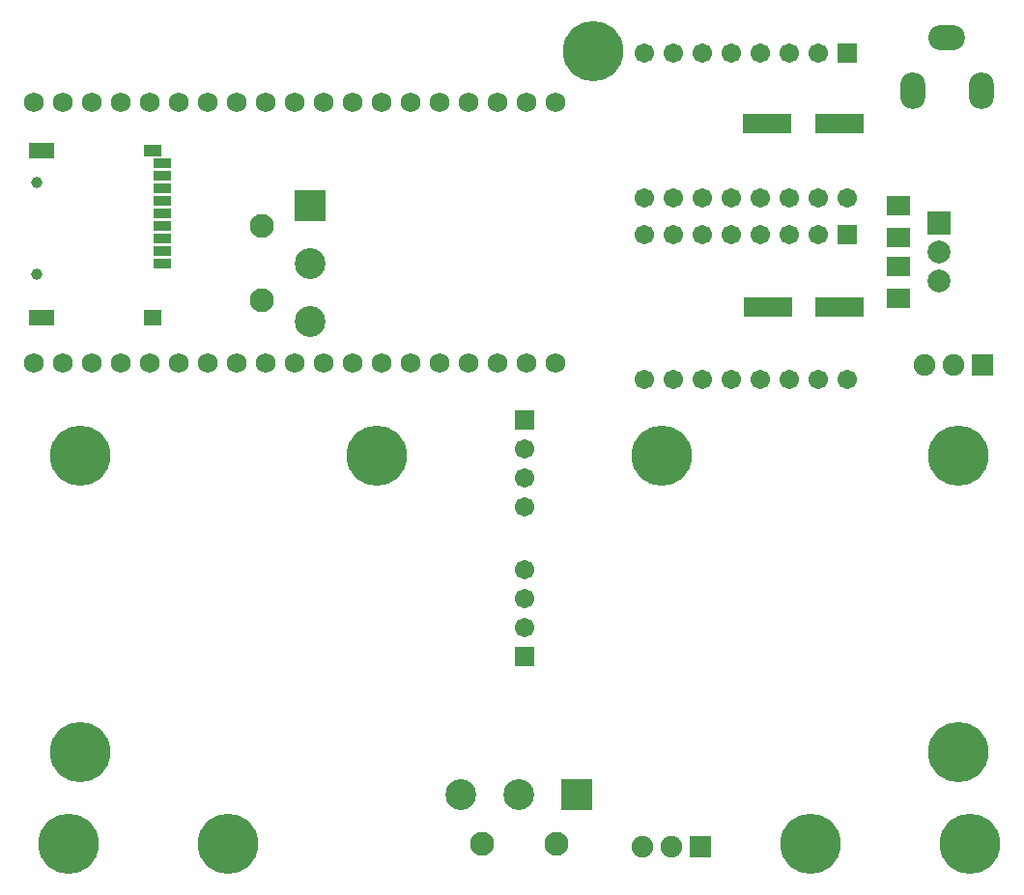
<source format=gbr>
G04 DipTrace 3.3.0.0*
G04 TopMask.gbr*
%MOIN*%
G04 #@! TF.FileFunction,Soldermask,Top*
G04 #@! TF.Part,Single*
%ADD45C,0.082677*%
%ADD46C,0.03937*%
%ADD56R,0.06315X0.039528*%
%ADD58R,0.06315X0.055276*%
%ADD60R,0.086772X0.055276*%
%ADD62R,0.059213X0.035591*%
%ADD64C,0.068031*%
%ADD66C,0.067031*%
%ADD68R,0.067031X0.067031*%
%ADD70C,0.106457*%
%ADD72R,0.106457X0.106457*%
%ADD74C,0.078898*%
%ADD76R,0.078898X0.078898*%
%ADD78C,0.208031*%
%ADD80C,0.067087*%
%ADD82R,0.067087X0.067087*%
%ADD84C,0.074961*%
%ADD86R,0.074961X0.074961*%
%ADD88O,0.126142X0.086772*%
%ADD90O,0.086772X0.126142*%
%ADD92R,0.171417X0.071024*%
%ADD94R,0.078898X0.071024*%
%FSLAX26Y26*%
G04*
G70*
G90*
G75*
G01*
G04 TopMask*
%LPD*%
D94*
X3453386Y2794016D3*
Y2683780D3*
Y2474016D3*
Y2584252D3*
D92*
X3001814Y3075549D3*
X3249845D3*
X3003386Y2444016D3*
X3251417D3*
D90*
X3504252Y3189291D3*
X3740472D3*
D88*
X3622362Y3374331D3*
D86*
X3743386Y2244016D3*
D84*
X3643386D3*
X3543386D3*
D86*
X2770640Y581496D3*
D84*
X2670640D3*
X2570640D3*
D82*
X2163386Y2054016D3*
D80*
Y1954016D3*
Y1854016D3*
Y1754016D3*
D82*
X2165669Y1235748D3*
D80*
Y1335748D3*
Y1435748D3*
Y1535748D3*
D78*
X630236Y1929449D3*
Y905827D3*
X1653858Y1929449D3*
X1142047Y590866D3*
X3661732Y905827D3*
X2638110Y1929449D3*
X3661732D3*
X3149921Y590866D3*
D76*
X3593386Y2734016D3*
D74*
Y2634016D3*
Y2534016D3*
D72*
X1426199Y2794803D3*
D70*
Y2594803D3*
Y2394803D3*
D45*
X1256909Y2722756D3*
Y2466850D3*
D72*
X2345984Y760157D3*
D70*
X2145984D3*
X1945984D3*
D45*
X2273937Y590867D3*
X2018031D3*
D68*
X3278386Y3319016D3*
D66*
X3178386D3*
X3078386D3*
X2978386D3*
X2878386D3*
X2778386D3*
X2678386D3*
X2578386D3*
Y2819016D3*
X2678386D3*
X2778386D3*
X2878386D3*
X2978386D3*
X3078386D3*
X3178386D3*
X3278386D3*
D68*
Y2694016D3*
D66*
X3178386D3*
X3078386D3*
X2978386D3*
X2878386D3*
X2778386D3*
X2678386D3*
X2578386D3*
Y2194016D3*
X2678386D3*
X2778386D3*
X2878386D3*
X2978386D3*
X3078386D3*
X3178386D3*
X3278386D3*
D64*
X472756Y3149921D3*
X572756D3*
X672756D3*
X772756D3*
X872756D3*
X972756D3*
X1072756D3*
X1172756D3*
X1272756D3*
X1372756D3*
X1472756D3*
X1572756D3*
X1672756D3*
X1772756D3*
X1872756D3*
X1972756D3*
X2072756D3*
X2172756D3*
X2272756D3*
X472756Y2249921D3*
X572756D3*
X672756D3*
X772756D3*
X872756D3*
X972756D3*
X1072756D3*
X1172756D3*
X1272756D3*
X1372756D3*
X1472756D3*
X1572756D3*
X1672756D3*
X1772756D3*
X1872756D3*
X1972756D3*
X2072756D3*
X2172756D3*
X2272756D3*
D62*
X913386Y2594016D3*
Y2637323D3*
Y2680630D3*
Y2723937D3*
Y2767244D3*
Y2810551D3*
Y2853858D3*
Y2897165D3*
Y2940472D3*
D60*
X498031Y2405827D3*
D58*
X879921D3*
D56*
Y2983780D3*
D60*
X498031D3*
D46*
X482283Y2873150D3*
Y2558189D3*
D78*
X590866Y590866D3*
X3701102D3*
X2401890Y3327087D3*
M02*

</source>
